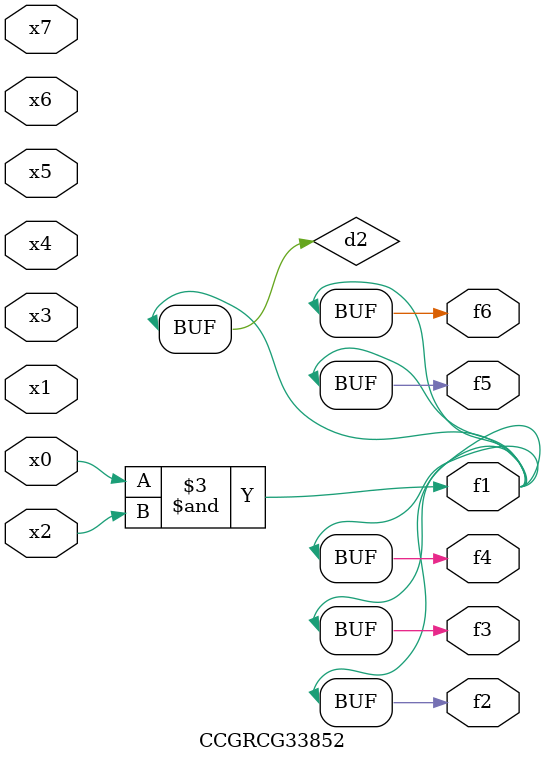
<source format=v>
module CCGRCG33852(
	input x0, x1, x2, x3, x4, x5, x6, x7,
	output f1, f2, f3, f4, f5, f6
);

	wire d1, d2;

	nor (d1, x3, x6);
	and (d2, x0, x2);
	assign f1 = d2;
	assign f2 = d2;
	assign f3 = d2;
	assign f4 = d2;
	assign f5 = d2;
	assign f6 = d2;
endmodule

</source>
